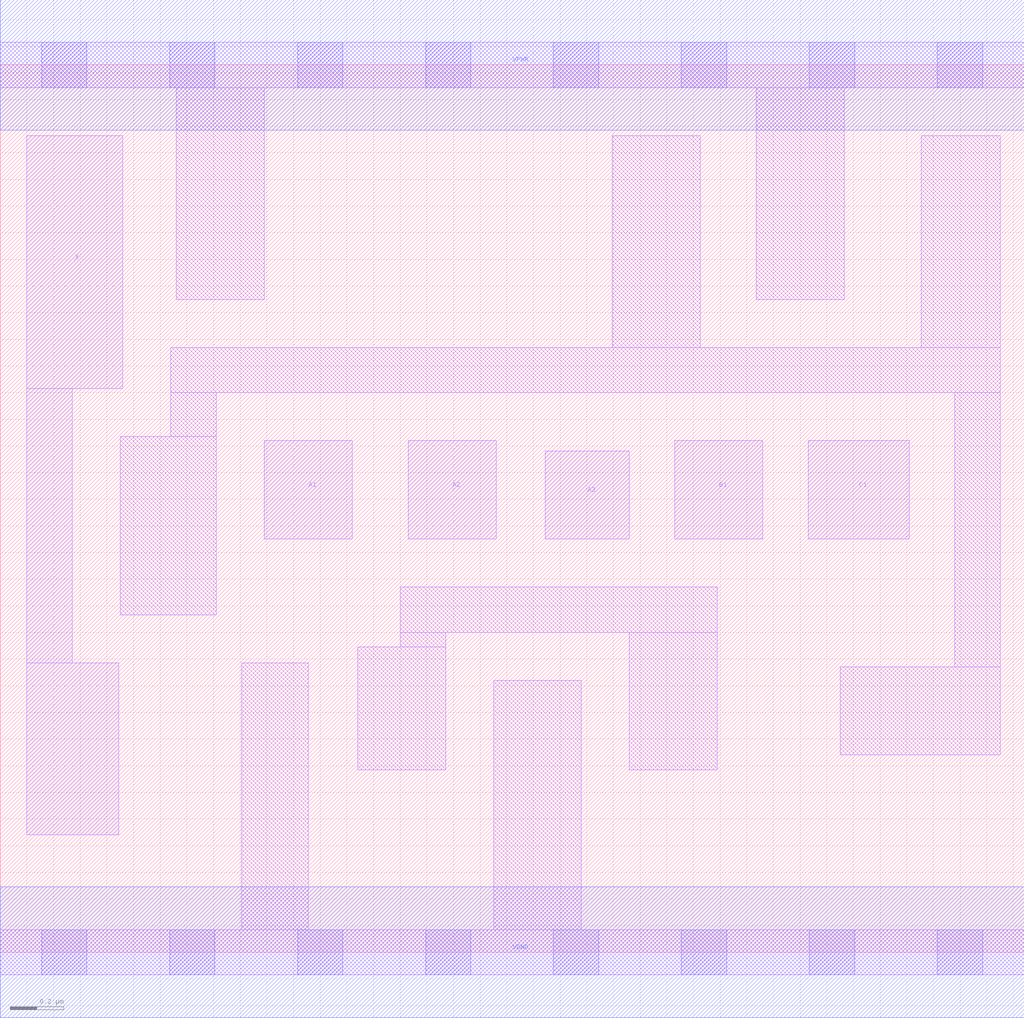
<source format=lef>
# Copyright 2020 The SkyWater PDK Authors
#
# Licensed under the Apache License, Version 2.0 (the "License");
# you may not use this file except in compliance with the License.
# You may obtain a copy of the License at
#
#     https://www.apache.org/licenses/LICENSE-2.0
#
# Unless required by applicable law or agreed to in writing, software
# distributed under the License is distributed on an "AS IS" BASIS,
# WITHOUT WARRANTIES OR CONDITIONS OF ANY KIND, either express or implied.
# See the License for the specific language governing permissions and
# limitations under the License.
#
# SPDX-License-Identifier: Apache-2.0

VERSION 5.7 ;
  NAMESCASESENSITIVE ON ;
  NOWIREEXTENSIONATPIN ON ;
  DIVIDERCHAR "/" ;
  BUSBITCHARS "[]" ;
UNITS
  DATABASE MICRONS 200 ;
END UNITS
MACRO sky130_fd_sc_lp__o311a_lp
  CLASS CORE ;
  SOURCE USER ;
  FOREIGN sky130_fd_sc_lp__o311a_lp ;
  ORIGIN  0.000000  0.000000 ;
  SIZE  3.840000 BY  3.330000 ;
  SYMMETRY X Y R90 ;
  SITE unit ;
  PIN A1
    ANTENNAGATEAREA  0.313000 ;
    DIRECTION INPUT ;
    USE SIGNAL ;
    PORT
      LAYER li1 ;
        RECT 0.990000 1.550000 1.320000 1.920000 ;
    END
  END A1
  PIN A2
    ANTENNAGATEAREA  0.313000 ;
    DIRECTION INPUT ;
    USE SIGNAL ;
    PORT
      LAYER li1 ;
        RECT 1.530000 1.550000 1.860000 1.920000 ;
    END
  END A2
  PIN A3
    ANTENNAGATEAREA  0.313000 ;
    DIRECTION INPUT ;
    USE SIGNAL ;
    PORT
      LAYER li1 ;
        RECT 2.045000 1.550000 2.360000 1.880000 ;
    END
  END A3
  PIN B1
    ANTENNAGATEAREA  0.313000 ;
    DIRECTION INPUT ;
    USE SIGNAL ;
    PORT
      LAYER li1 ;
        RECT 2.530000 1.550000 2.860000 1.920000 ;
    END
  END B1
  PIN C1
    ANTENNAGATEAREA  0.313000 ;
    DIRECTION INPUT ;
    USE SIGNAL ;
    PORT
      LAYER li1 ;
        RECT 3.030000 1.550000 3.410000 1.920000 ;
    END
  END C1
  PIN X
    ANTENNADIFFAREA  0.404700 ;
    DIRECTION OUTPUT ;
    USE SIGNAL ;
    PORT
      LAYER li1 ;
        RECT 0.100000 0.440000 0.445000 1.085000 ;
        RECT 0.100000 1.085000 0.270000 2.115000 ;
        RECT 0.100000 2.115000 0.460000 3.065000 ;
    END
  END X
  PIN VGND
    DIRECTION INOUT ;
    USE GROUND ;
    PORT
      LAYER met1 ;
        RECT 0.000000 -0.245000 3.840000 0.245000 ;
    END
  END VGND
  PIN VPWR
    DIRECTION INOUT ;
    USE POWER ;
    PORT
      LAYER met1 ;
        RECT 0.000000 3.085000 3.840000 3.575000 ;
    END
  END VPWR
  OBS
    LAYER li1 ;
      RECT 0.000000 -0.085000 3.840000 0.085000 ;
      RECT 0.000000  3.245000 3.840000 3.415000 ;
      RECT 0.450000  1.265000 0.810000 1.935000 ;
      RECT 0.640000  1.935000 0.810000 2.100000 ;
      RECT 0.640000  2.100000 3.750000 2.270000 ;
      RECT 0.660000  2.450000 0.990000 3.245000 ;
      RECT 0.905000  0.085000 1.155000 1.085000 ;
      RECT 1.340000  0.685000 1.670000 1.145000 ;
      RECT 1.500000  1.145000 1.670000 1.200000 ;
      RECT 1.500000  1.200000 2.690000 1.370000 ;
      RECT 1.850000  0.085000 2.180000 1.020000 ;
      RECT 2.295000  2.270000 2.625000 3.065000 ;
      RECT 2.360000  0.685000 2.690000 1.200000 ;
      RECT 2.835000  2.450000 3.165000 3.245000 ;
      RECT 3.150000  0.740000 3.750000 1.070000 ;
      RECT 3.455000  2.270000 3.750000 3.065000 ;
      RECT 3.580000  1.070000 3.750000 2.100000 ;
    LAYER mcon ;
      RECT 0.155000 -0.085000 0.325000 0.085000 ;
      RECT 0.155000  3.245000 0.325000 3.415000 ;
      RECT 0.635000 -0.085000 0.805000 0.085000 ;
      RECT 0.635000  3.245000 0.805000 3.415000 ;
      RECT 1.115000 -0.085000 1.285000 0.085000 ;
      RECT 1.115000  3.245000 1.285000 3.415000 ;
      RECT 1.595000 -0.085000 1.765000 0.085000 ;
      RECT 1.595000  3.245000 1.765000 3.415000 ;
      RECT 2.075000 -0.085000 2.245000 0.085000 ;
      RECT 2.075000  3.245000 2.245000 3.415000 ;
      RECT 2.555000 -0.085000 2.725000 0.085000 ;
      RECT 2.555000  3.245000 2.725000 3.415000 ;
      RECT 3.035000 -0.085000 3.205000 0.085000 ;
      RECT 3.035000  3.245000 3.205000 3.415000 ;
      RECT 3.515000 -0.085000 3.685000 0.085000 ;
      RECT 3.515000  3.245000 3.685000 3.415000 ;
  END
END sky130_fd_sc_lp__o311a_lp

</source>
